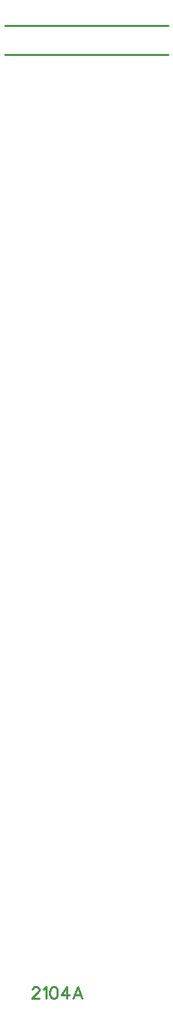
<source format=gto>
G04 Layer: TopSilkscreenLayer*
G04 EasyEDA v6.5.29, 2023-07-18 11:26:45*
G04 717a18994d7c41279664b680ba610972,5a6b42c53f6a479593ecc07194224c93,10*
G04 Gerber Generator version 0.2*
G04 Scale: 100 percent, Rotated: No, Reflected: No *
G04 Dimensions in millimeters *
G04 leading zeros omitted , absolute positions ,4 integer and 5 decimal *
%FSLAX45Y45*%
%MOMM*%

%ADD10C,0.2540*%

%LPD*%
D10*
X349717Y383971D02*
G01*
X349717Y390791D01*
X356537Y404426D01*
X363354Y411246D01*
X376991Y418063D01*
X404263Y418063D01*
X417901Y411246D01*
X424718Y404426D01*
X431535Y390791D01*
X431535Y377154D01*
X424718Y363517D01*
X411081Y343062D01*
X342900Y274881D01*
X438353Y274881D01*
X483354Y390791D02*
G01*
X496991Y397609D01*
X517446Y418063D01*
X517446Y274881D01*
X603354Y418063D02*
G01*
X582899Y411246D01*
X569262Y390791D01*
X562444Y356699D01*
X562444Y336245D01*
X569262Y302153D01*
X582899Y281698D01*
X603354Y274881D01*
X616991Y274881D01*
X637446Y281698D01*
X651080Y302153D01*
X657898Y336245D01*
X657898Y356699D01*
X651080Y390791D01*
X637446Y411246D01*
X616991Y418063D01*
X603354Y418063D01*
X771080Y418063D02*
G01*
X702899Y322607D01*
X805172Y322607D01*
X771080Y418063D02*
G01*
X771080Y274881D01*
X904717Y418063D02*
G01*
X850171Y274881D01*
X904717Y418063D02*
G01*
X959261Y274881D01*
X870625Y322607D02*
G01*
X938806Y322607D01*
X2015070Y12192000D02*
G01*
X15069Y12192000D01*
X2015070Y11836400D02*
G01*
X15069Y11836400D01*
M02*

</source>
